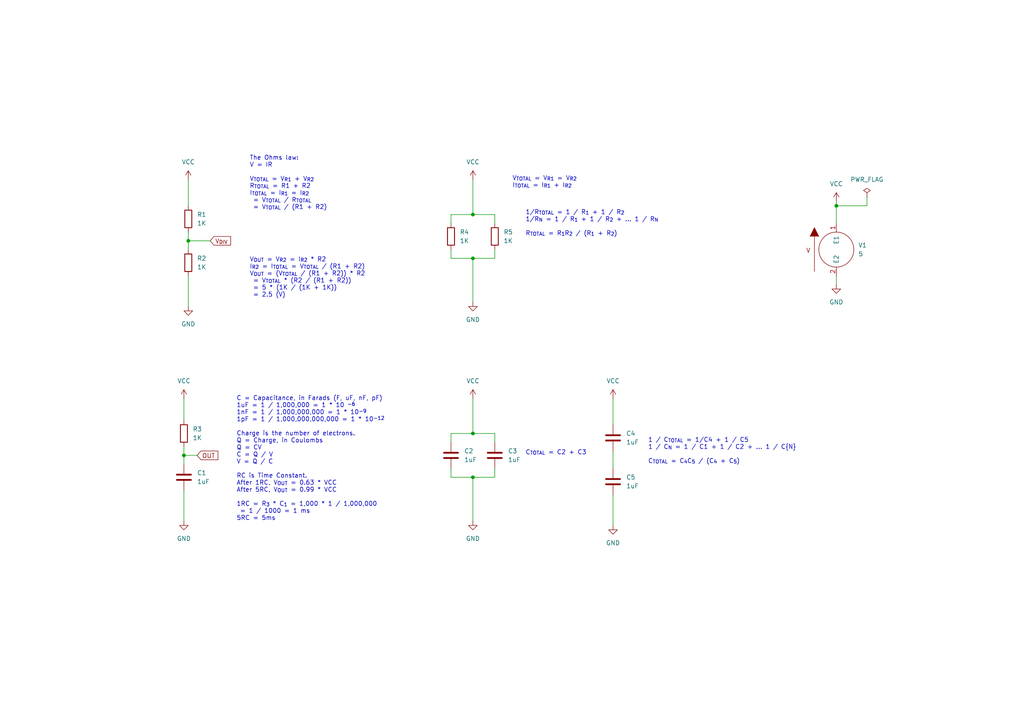
<source format=kicad_sch>
(kicad_sch (version 20211123) (generator eeschema)
  (paper "A4")
  (lib_symbols
    (symbol "Device:C" (pin_numbers hide) (pin_names (offset 0.254))
      (property "Reference" "C" (at 0.635 2.54 0))
      (property "Value" "C" (at 0.635 -2.54 0))
      (symbol "C_0_1"
        (polyline (pts (xy -2.032 -0.762) (xy 2.032 -0.762)) (stroke (width 0.508)))
        (polyline (pts (xy -2.032 0.762) (xy 2.032 0.762)) (stroke (width 0.508)))
      )
      (symbol "C_1_1"
        (pin passive line (at 0 3.81 270) (length 2.794) (name "~") (number "1"))
        (pin passive line (at 0 -3.81 90) (length 2.794) (name "~") (number "2"))
      )
    )
    (symbol "Device:R" (pin_numbers hide) (pin_names (offset 0))
      (property "Reference" "R" (at 2.032 0 90))
      (property "Value" "R" (at 0 0 90))
      (symbol "R_0_1"
        (rectangle (start -1.016 -2.54) (end 1.016 2.54) (stroke (width 0.254)))
      )
      (symbol "R_1_1"
        (pin passive line (at 0 3.81 270) (length 1.27) (name "~") (number "1"))
        (pin passive line (at 0 -3.81 90) (length 1.27) (name "~") (number "2"))
      )
    )
    (symbol "power:GND" (power) (pin_names (offset 0))
      (property "Value" "GND" (at 0 -3.81 0))
      (symbol "GND_0_1"
        (polyline (pts (xy 0 0) (xy 0 -1.27) (xy 1.27 -1.27) (xy 0 -2.54) (xy -1.27 -1.27) (xy 0 -1.27)))
      )
      (symbol "GND_1_1"
        (pin power_in line (at 0 0 270) (length 0) hide (name "GND") (number "1"))
      )
    )
    (symbol "power:PWR_FLAG" (power) (pin_numbers hide) (pin_names (offset 0) hide)
      (property "Value" "PWR_FLAG" (at 0 3.81 0))
      (symbol "PWR_FLAG_0_0"
        (pin power_out line (at 0 0 90) (length 0) (name "pwr") (number "1"))
      )
      (symbol "PWR_FLAG_0_1"
        (polyline (pts (xy 0 0) (xy 0 1.27) (xy -1.016 1.905) (xy 0 2.54) (xy 1.016 1.905) (xy 0 1.27)))
      )
    )
    (symbol "power:VCC" (power) (pin_names (offset 0))
      (property "Value" "VCC" (at 0 3.81 0))
      (symbol "VCC_0_1"
        (polyline (pts (xy -0.762 1.27) (xy 0 2.54)))
        (polyline (pts (xy 0 0) (xy 0 2.54)))
        (polyline (pts (xy 0 2.54) (xy 0.762 1.27)))
      )
      (symbol "VCC_1_1"
        (pin power_in line (at 0 0 90) (length 0) hide (name "VCC") (number "1"))
      )
    )
    (symbol "pspice:VSOURCE" (pin_names (offset 1.016))
      (property "Reference" "V" (at -6.35 7.62 0))
      (property "Value" "VSOURCE" (at 0 0 0))
      (symbol "VSOURCE_0_1"
        (polyline (pts (xy -6.35 -6.35) (xy -6.35 3.81)) (fill (type outline)))
        (polyline (pts (xy -7.62 3.81) (xy -6.35 6.35) (xy -5.08 3.81)) (fill (type outline)))
        (circle (center 0 0) (radius 5.08))
        (text "V" (at -8.128 -0.254 0) (effects (font (size 1.27 1.27))))
      )
      (symbol "VSOURCE_1_1"
        (pin input line (at 0 7.62 270) (length 2.54) (name "E1") (number "1"))
        (pin input line (at 0 -7.62 90) (length 2.54) (name "E2") (number "2"))
      )
    )
  )
  (junction (at 137.16 138.43))
  (junction (at 242.57 59.69))
  (junction (at 54.61 69.85))
  (junction (at 137.16 62.23))
  (junction (at 137.16 125.73))
  (junction (at 53.34 132.08))
  (junction (at 137.16 74.93))
  (wire (pts (xy 53.34 142.24) (xy 53.34 151.13)))
  (wire (pts (xy 242.57 59.69) (xy 242.57 64.77)))
  (wire (pts (xy 54.61 67.31) (xy 54.61 69.85)))
  (wire (pts (xy 251.46 59.69) (xy 242.57 59.69)))
  (wire (pts (xy 143.51 64.77) (xy 143.51 62.23)))
  (wire (pts (xy 54.61 80.01) (xy 54.61 88.9)))
  (wire (pts (xy 54.61 69.85) (xy 60.96 69.85)))
  (wire (pts (xy 242.57 58.42) (xy 242.57 59.69)))
  (wire (pts (xy 54.61 52.07) (xy 54.61 59.69)))
  (wire (pts (xy 143.51 138.43) (xy 143.51 135.89)))
  (wire (pts (xy 137.16 62.23) (xy 130.81 62.23)))
  (wire (pts (xy 137.16 115.57) (xy 137.16 125.73)))
  (wire (pts (xy 137.16 74.93) (xy 143.51 74.93)))
  (wire (pts (xy 53.34 129.54) (xy 53.34 132.08)))
  (wire (pts (xy 242.57 80.01) (xy 242.57 82.55)))
  (wire (pts (xy 130.81 72.39) (xy 130.81 74.93)))
  (wire (pts (xy 137.16 125.73) (xy 130.81 125.73)))
  (wire (pts (xy 53.34 132.08) (xy 53.34 134.62)))
  (wire (pts (xy 137.16 74.93) (xy 137.16 87.63)))
  (wire (pts (xy 130.81 138.43) (xy 137.16 138.43)))
  (wire (pts (xy 143.51 125.73) (xy 137.16 125.73)))
  (wire (pts (xy 53.34 132.08) (xy 57.15 132.08)))
  (wire (pts (xy 251.46 57.15) (xy 251.46 59.69)))
  (wire (pts (xy 130.81 135.89) (xy 130.81 138.43)))
  (wire (pts (xy 137.16 52.07) (xy 137.16 62.23)))
  (wire (pts (xy 143.51 62.23) (xy 137.16 62.23)))
  (wire (pts (xy 143.51 128.27) (xy 143.51 125.73)))
  (wire (pts (xy 143.51 74.93) (xy 143.51 72.39)))
  (wire (pts (xy 53.34 115.57) (xy 53.34 121.92)))
  (wire (pts (xy 177.8 115.57) (xy 177.8 123.19)))
  (wire (pts (xy 137.16 138.43) (xy 137.16 151.13)))
  (wire (pts (xy 177.8 130.81) (xy 177.8 135.89)))
  (wire (pts (xy 130.81 62.23) (xy 130.81 64.77)))
  (wire (pts (xy 54.61 69.85) (xy 54.61 72.39)))
  (wire (pts (xy 177.8 143.51) (xy 177.8 152.4)))
  (wire (pts (xy 130.81 74.93) (xy 137.16 74.93)))
  (wire (pts (xy 130.81 125.73) (xy 130.81 128.27)))
  (wire (pts (xy 137.16 138.43) (xy 143.51 138.43)))
  (text "C_{TOTAL} = C2 + C3" (at 152.4 132.08 0) (effects (font (size 1.27 1.27)) (justify left bottom)))
  (text "1/R_{TOTAL} = 1 / R_{1} + 1 / R_{2}\n1/R_{N} = 1 / R_{1} + 1 / R_{2} + ... 1 / R_{N}\n\nR_{TOTAL} = R_{1}R_{2} / (R_{1} + R_{2})" (at 152.4 68.58 0) (effects (font (size 1.27 1.27)) (justify left bottom)))
  (text "V_{OUT} = V_{R2} = I_{R2} * R2\nI_{R2} = I_{TOTAL} = V_{TOTAL} / (R1 + R2)\nV_{OUT} = (V_{TOTAL} / (R1 + R2)) * R2\n = V_{TOTAL} * (R2 / (R1 + R2))\n = 5 * (1K / (1K + 1K))\n = 2.5 (V)" (at 72.39 86.36 0) (effects (font (size 1.27 1.27)) (justify left bottom)))
  (text "The Ohms law:\nV = IR\n\nV_{TOTAL} = V_{R1} + V_{R2}\nR_{TOTAL} = R1 + R2\nI_{TOTAL} = I_{R1} = I_{R2}\n = V_{TOTAL} / R_{TOTAL}\n = V_{TOTAL} / (R1 + R2)" (at 72.39 60.96 0) (effects (font (size 1.27 1.27)) (justify left bottom)))
  (text "C = Capacitance, in Farads (F, uF, nF, pF)\n1uF = 1 / 1,000,000 = 1 * 10 ^{-6}\n1nF = 1 / 1,000,000,000 = 1 * 10^{-9}\n1pF = 1 / 1,000,000,000,000 = 1 * 10^{-12}\n\nCharge is the number of electrons.\nQ = Charge, in Coulombs\nQ = CV\nC = Q / V\nV = Q / C\n\nRC is Time Constant.\nAfter 1RC, V_{OUT} = 0.63 * VCC\nAfter 5RC, V_{OUT} = 0.99 * VCC\n\n1RC = R_{3} * C_{1} = 1,000 * 1 / 1,000,000\n = 1 / 1000 = 1 ms\n5RC = 5ms" (at 68.58 151.13 0) (effects (font (size 1.27 1.27)) (justify left bottom)))
  (text "V_{TOTAL} = V_{R1} = V_{R2}\nI_{TOTAL} = I_{R1} + I_{R2}" (at 148.59 54.61 0) (effects (font (size 1.27 1.27)) (justify left bottom)))
  (text "1 / C_{TOTAL} = 1/C4 + 1 / C5\n1 / C_{N} = 1 / C1 + 1 / C2 + ... 1 / C{N}\n\nC_{TOTAL} = C_{4}C_{5} / (C_{4} + C_{5})" (at 187.96 134.62 0) (effects (font (size 1.27 1.27)) (justify left bottom)))
  (global_label "V_{DIV}" (shape input) (at 60.96 69.85 0) (property "Intersheet References" "${INTERSHEET_REFS}" (effects hide)))
  (global_label "OUT" (shape input) (at 57.15 132.08 0) (property "Intersheet References" "${INTERSHEET_REFS}" (effects hide)))
  (symbol (lib_id "Device:R") (at 54.61 76.2 0) (unit 1)
    (property "Reference" "R2" (at 57.15 74.9299 0) (effects (justify left)))
    (property "Value" "1K" (at 57.15 77.4699 0) (effects (justify left)))
    (property "Spice_Primitive" "R" (effects hide))
    (property "Spice_Model" "1K" (effects hide))
    (property "Spice_Netlist_Enabled" "Y" (effects hide))
  )
  (symbol (lib_id "Device:C") (at 130.81 132.08 0) (unit 1)
    (property "Reference" "C2" (at 134.62 130.8099 0) (effects (justify left)))
    (property "Value" "1uF" (at 134.62 133.3499 0) (effects (justify left)))
    (property "Spice_Primitive" "C" (effects hide))
    (property "Spice_Model" "1u" (effects hide))
    (property "Spice_Netlist_Enabled" "Y" (effects hide))
  )
  (symbol (lib_id "power:VCC") (at 137.16 52.07 0) (unit 1)
    (property "Reference" "#PWR07" (effects hide))
    (property "Value" "VCC" (at 137.16 46.99 0))
  )
  (symbol (lib_id "pspice:VSOURCE") (at 242.57 72.39 0) (unit 1)
    (property "Reference" "V1" (at 248.92 71.1199 0) (effects (justify left)))
    (property "Value" "VSOURCE" (at 248.92 73.6599 0) (effects (justify left)))
    (property "Spice_Primitive" "V" (effects hide))
    (property "Spice_Model" "dc 5" (effects hide))
    (property "Spice_Netlist_Enabled" "Y" (effects hide))
  )
  (symbol (lib_id "Device:R") (at 143.51 68.58 0) (unit 1)
    (property "Reference" "R5" (at 146.05 67.3099 0) (effects (justify left)))
    (property "Value" "1K" (at 146.05 69.8499 0) (effects (justify left)))
    (property "Spice_Primitive" "R" (effects hide))
    (property "Spice_Model" "1K" (effects hide))
    (property "Spice_Netlist_Enabled" "Y" (effects hide))
  )
  (symbol (lib_id "power:GND") (at 137.16 87.63 0) (unit 1)
    (property "Reference" "#PWR08" (effects hide))
    (property "Value" "GND" (at 137.16 92.71 0))
  )
  (symbol (lib_id "power:VCC") (at 53.34 115.57 0) (unit 1)
    (property "Reference" "#PWR03" (effects hide))
    (property "Value" "VCC" (at 53.34 110.49 0))
  )
  (symbol (lib_id "power:PWR_FLAG") (at 251.46 57.15 0) (unit 1)
    (property "Reference" "#FLG01" (effects hide))
    (property "Value" "PWR_FLAG" (at 251.46 52.07 0))
  )
  (symbol (lib_id "Device:C") (at 177.8 127 0) (unit 1)
    (property "Reference" "C4" (at 181.61 125.7299 0) (effects (justify left)))
    (property "Value" "1uF" (at 181.61 128.2699 0) (effects (justify left)))
    (property "Spice_Primitive" "C" (effects hide))
    (property "Spice_Model" "1u" (effects hide))
    (property "Spice_Netlist_Enabled" "Y" (effects hide))
  )
  (symbol (lib_id "Device:C") (at 143.51 132.08 0) (unit 1)
    (property "Reference" "C3" (at 147.32 130.8099 0) (effects (justify left)))
    (property "Value" "1uF" (at 147.32 133.3499 0) (effects (justify left)))
    (property "Spice_Primitive" "C" (effects hide))
    (property "Spice_Model" "1u" (effects hide))
    (property "Spice_Netlist_Enabled" "Y" (effects hide))
  )
  (symbol (lib_id "power:GND") (at 242.57 82.55 0) (unit 1)
    (property "Reference" "#PWR06" (effects hide))
    (property "Value" "GND" (at 242.57 87.63 0))
  )
  (symbol (lib_id "Device:R") (at 130.81 68.58 0) (unit 1)
    (property "Reference" "R4" (at 133.35 67.3099 0) (effects (justify left)))
    (property "Value" "1K" (at 133.35 69.8499 0) (effects (justify left)))
    (property "Spice_Primitive" "R" (effects hide))
    (property "Spice_Model" "1K" (effects hide))
    (property "Spice_Netlist_Enabled" "Y" (effects hide))
  )
  (symbol (lib_id "Device:C") (at 53.34 138.43 0) (unit 1)
    (property "Reference" "C1" (at 57.15 137.1599 0) (effects (justify left)))
    (property "Value" "1uF" (at 57.15 139.6999 0) (effects (justify left)))
    (property "Spice_Primitive" "C" (effects hide))
    (property "Spice_Model" "1u" (effects hide))
    (property "Spice_Netlist_Enabled" "Y" (effects hide))
  )
  (symbol (lib_id "power:VCC") (at 177.8 115.57 0) (unit 1)
    (property "Reference" "#PWR011" (effects hide))
    (property "Value" "VCC" (at 177.8 110.49 0))
  )
  (symbol (lib_id "power:VCC") (at 54.61 52.07 0) (unit 1)
    (property "Reference" "#PWR01" (effects hide))
    (property "Value" "VCC" (at 54.61 46.99 0))
  )
  (symbol (lib_id "Device:C") (at 177.8 139.7 0) (unit 1)
    (property "Reference" "C5" (at 181.61 138.4299 0) (effects (justify left)))
    (property "Value" "1uF" (at 181.61 140.9699 0) (effects (justify left)))
    (property "Spice_Primitive" "C" (effects hide))
    (property "Spice_Model" "1u" (effects hide))
    (property "Spice_Netlist_Enabled" "Y" (effects hide))
  )
  (symbol (lib_id "Device:R") (at 53.34 125.73 0) (unit 1)
    (property "Reference" "R3" (at 55.88 124.4599 0) (effects (justify left)))
    (property "Value" "1K" (at 55.88 126.9999 0) (effects (justify left)))
    (property "Spice_Primitive" "R" (effects hide))
    (property "Spice_Model" "1K" (effects hide))
    (property "Spice_Netlist_Enabled" "Y" (effects hide))
  )
  (symbol (lib_id "Device:R") (at 54.61 63.5 0) (unit 1)
    (property "Reference" "R1" (at 57.15 62.2299 0) (effects (justify left)))
    (property "Value" "1K" (at 57.15 64.7699 0) (effects (justify left)))
    (property "Spice_Primitive" "R" (effects hide))
    (property "Spice_Model" "1K" (effects hide))
    (property "Spice_Netlist_Enabled" "Y" (effects hide))
  )
  (symbol (lib_id "power:GND") (at 137.16 151.13 0) (unit 1)
    (property "Reference" "#PWR010" (effects hide))
    (property "Value" "GND" (at 137.16 156.21 0))
  )
  (symbol (lib_id "power:VCC") (at 242.57 58.42 0) (unit 1)
    (property "Reference" "#PWR05" (effects hide))
    (property "Value" "VCC" (at 242.57 53.34 0))
  )
  (symbol (lib_id "power:GND") (at 54.61 88.9 0) (unit 1)
    (property "Reference" "#PWR02" (effects hide))
    (property "Value" "GND" (at 54.61 93.98 0))
  )
  (symbol (lib_id "power:GND") (at 53.34 151.13 0) (unit 1)
    (property "Reference" "#PWR04" (effects hide))
    (property "Value" "GND" (at 53.34 156.21 0))
  )
  (symbol (lib_id "power:GND") (at 177.8 152.4 0) (unit 1)
    (property "Reference" "#PWR012" (effects hide))
    (property "Value" "GND" (at 177.8 157.48 0))
  )
  (symbol (lib_id "power:VCC") (at 137.16 115.57 0) (unit 1)
    (property "Reference" "#PWR09" (effects hide))
    (property "Value" "VCC" (at 137.16 110.49 0))
  )
)
</source>
